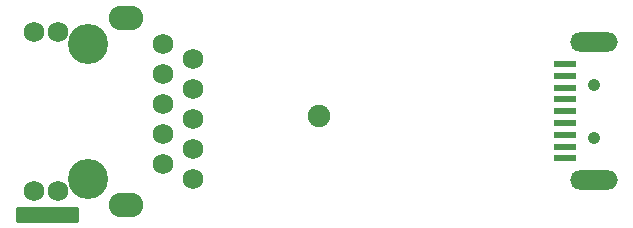
<source format=gbr>
%TF.GenerationSoftware,KiCad,Pcbnew,7.0.9-7.0.9~ubuntu22.04.1*%
%TF.CreationDate,2024-07-08T15:30:04+03:00*%
%TF.ProjectId,USB-GIGABIT_Rev_E,5553422d-4749-4474-9142-49545f526576,E*%
%TF.SameCoordinates,PX3473bc0PY4bd12e0*%
%TF.FileFunction,Soldermask,Bot*%
%TF.FilePolarity,Negative*%
%FSLAX46Y46*%
G04 Gerber Fmt 4.6, Leading zero omitted, Abs format (unit mm)*
G04 Created by KiCad (PCBNEW 7.0.9-7.0.9~ubuntu22.04.1) date 2024-07-08 15:30:04*
%MOMM*%
%LPD*%
G01*
G04 APERTURE LIST*
G04 Aperture macros list*
%AMRoundRect*
0 Rectangle with rounded corners*
0 $1 Rounding radius*
0 $2 $3 $4 $5 $6 $7 $8 $9 X,Y pos of 4 corners*
0 Add a 4 corners polygon primitive as box body*
4,1,4,$2,$3,$4,$5,$6,$7,$8,$9,$2,$3,0*
0 Add four circle primitives for the rounded corners*
1,1,$1+$1,$2,$3*
1,1,$1+$1,$4,$5*
1,1,$1+$1,$6,$7*
1,1,$1+$1,$8,$9*
0 Add four rect primitives between the rounded corners*
20,1,$1+$1,$2,$3,$4,$5,0*
20,1,$1+$1,$4,$5,$6,$7,0*
20,1,$1+$1,$6,$7,$8,$9,0*
20,1,$1+$1,$8,$9,$2,$3,0*%
G04 Aperture macros list end*
%ADD10C,0.254000*%
%ADD11C,1.901600*%
%ADD12C,3.401600*%
%ADD13C,1.751600*%
%ADD14O,2.901600X2.101600*%
%ADD15C,1.040000*%
%ADD16O,4.040000X1.640000*%
%ADD17RoundRect,0.020000X-0.900000X0.250000X-0.900000X-0.250000X0.900000X-0.250000X0.900000X0.250000X0*%
G04 APERTURE END LIST*
D10*
X270400Y1344200D02*
X5350400Y1344200D01*
X5350400Y201200D01*
X270400Y201200D01*
X270400Y1344200D01*
G36*
X270400Y1344200D02*
G01*
X5350400Y1344200D01*
X5350400Y201200D01*
X270400Y201200D01*
X270400Y1344200D01*
G37*
D11*
X25865988Y9094500D03*
D12*
X6341500Y15215000D03*
X6341500Y3785000D03*
D13*
X12691500Y15215000D03*
X15231500Y13945000D03*
X12691500Y12675000D03*
X15231500Y11405000D03*
X12691500Y10135000D03*
X15231500Y8865000D03*
X12691500Y7595000D03*
X15231500Y6325000D03*
X12691500Y5055000D03*
X15231500Y3785000D03*
X3801500Y16231000D03*
X1769500Y16231000D03*
X3801500Y2769000D03*
X1769500Y2769000D03*
D14*
X9541500Y17400000D03*
X9541500Y1600000D03*
D15*
X49200000Y11750000D03*
X49200000Y7250000D03*
D16*
X49200000Y15350000D03*
X49200000Y3650000D03*
D17*
X46700000Y6500000D03*
X46700000Y8500000D03*
X46700000Y10500000D03*
X46700000Y12500000D03*
X46700000Y13500000D03*
X46700000Y11500000D03*
X46700000Y9500000D03*
X46700000Y7500000D03*
X46700000Y5500000D03*
M02*

</source>
